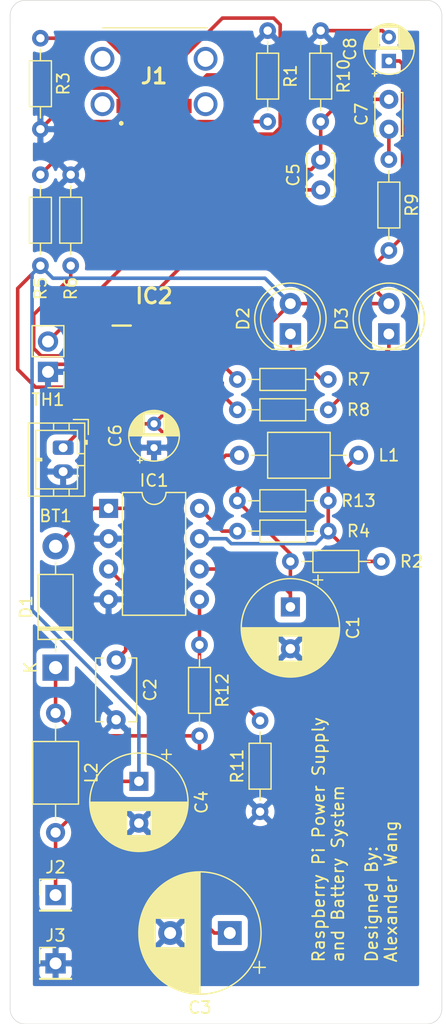
<source format=kicad_pcb>
(kicad_pcb (version 20171130) (host pcbnew "(5.1.2)-2")
  (layers (0 F.Cu signal) (31 B.Cu signal) (34 B.Paste user) (35 F.Paste user) (36 B.SilkS user) (37 F.SilkS user) (38 B.Mask user) (39 F.Mask user) (44 Edge.Cuts user))
  (net 0 "")
  (net 1 BAT_OUT)
  (net 2 GND)
  (net 3 "Net-(C2-Pad1)")
  (net 4 "Net-(C3-Pad1)")
  (net 5 "Net-(C4-Pad1)")
  (net 6 "Net-(C5-Pad2)")
  (net 7 "Net-(C5-Pad1)")
  (net 8 "Net-(C7-Pad1)")
  (net 9 "Net-(D1-Pad2)")
  (net 10 "Net-(D2-Pad1)")
  (net 11 "Net-(D3-Pad1)")
  (net 12 "Net-(IC1-Pad5)")
  (net 13 "Net-(IC1-Pad7)")
  (net 14 "Net-(IC1-Pad8)")
  (net 15 "Net-(IC2-Pad2)")
  (net 16 "Net-(IC2-Pad6)")
  (net 17 "Net-(IC2-Pad7)")
  (net 18 "Net-(J1-PadA5)")
  (net 19 5.25V_USBPowerIn)
  (net 20 "Net-(J1-PadB5)")
  (module Connector_PinHeader_2.54mm:PinHeader_1x02_P2.54mm_Vertical (layer F.Cu) (at 128.905 90.17 180)
    (fp_text reference TH1 (at 0 -2.33) (layer F.SilkS))
    (fp_text value Thermistor_NTC)
    (pad 2 thru_hole oval (at 0 2.54 180) (size 1.7 1.7) (drill 1) (layers *.Cu *.Mask) (net 6 "Net-(C5-Pad2)"))
    (pad 1 thru_hole rect (at 0 0 180) (size 1.7 1.7) (drill 1) (layers *.Cu *.Mask) (net 2 GND))
  )
  (module Connector_JST:JST_PH_B2B-PH-K_1x02_P2.00mm_Vertical (layer F.Cu) (at 130.175 96.52 270)
    (fp_text reference BT1 (at 5.715 0.635 180) (layer F.SilkS))
    (fp_text value Battery_Cell)
    (pad 1 thru_hole roundrect (at 0 0 270) (size 1.2 1.75) (drill 0.75) (layers *.Cu *.Mask) (roundrect_rratio 0.208333) (net 1 BAT_OUT))
    (pad 2 thru_hole oval (at 2 0 270) (size 1.2 1.75) (drill 0.75) (layers *.Cu *.Mask) (net 2 GND))
  )
  (module Capacitor_THT:CP_Radial_D8.0mm_P3.50mm (layer F.Cu) (at 149.225 109.855 270)
    (fp_text reference C1 (at 1.75 -5.25 90) (layer F.SilkS))
    (fp_text value 100uF)
    (pad 1 thru_hole rect (at 0 0 270) (size 1.6 1.6) (drill 0.8) (layers *.Cu *.Mask) (net 1 BAT_OUT))
    (pad 2 thru_hole circle (at 3.5 0 270) (size 1.6 1.6) (drill 0.8) (layers *.Cu *.Mask) (net 2 GND))
  )
  (module Capacitor_THT:C_Disc_D5.1mm_W3.2mm_P5.00mm (layer F.Cu) (at 134.62 114.3 270)
    (fp_text reference C2 (at 2.5 -2.85 90) (layer F.SilkS))
    (fp_text value 270pF)
    (pad 1 thru_hole circle (at 0 0 270) (size 1.6 1.6) (drill 0.8) (layers *.Cu *.Mask) (net 3 "Net-(C2-Pad1)"))
    (pad 2 thru_hole circle (at 5 0 270) (size 1.6 1.6) (drill 0.8) (layers *.Cu *.Mask) (net 2 GND))
  )
  (module Capacitor_THT:CP_Radial_D10.0mm_P5.00mm (layer F.Cu) (at 144.145 137.16 180)
    (fp_text reference C3 (at 2.5 -6.25) (layer F.SilkS))
    (fp_text value 820uF)
    (pad 1 thru_hole rect (at 0 0 180) (size 2 2) (drill 1) (layers *.Cu *.Mask) (net 4 "Net-(C3-Pad1)"))
    (pad 2 thru_hole circle (at 5 0 180) (size 2 2) (drill 1) (layers *.Cu *.Mask) (net 2 GND))
  )
  (module Capacitor_THT:CP_Radial_D8.0mm_P3.50mm (layer F.Cu) (at 136.525 124.46 270)
    (fp_text reference C4 (at 1.75 -5.25 90) (layer F.SilkS))
    (fp_text value 100uF)
    (pad 2 thru_hole circle (at 3.5 0 270) (size 1.6 1.6) (drill 0.8) (layers *.Cu *.Mask) (net 2 GND))
    (pad 1 thru_hole rect (at 0 0 270) (size 1.6 1.6) (drill 0.8) (layers *.Cu *.Mask) (net 5 "Net-(C4-Pad1)"))
  )
  (module Capacitor_THT:C_Disc_D3.4mm_W2.1mm_P2.50mm (layer F.Cu) (at 151.765 74.93 90)
    (fp_text reference C5 (at 1.25 -2.3 90) (layer F.SilkS))
    (fp_text value "0.5 pF")
    (pad 2 thru_hole circle (at 2.5 0 90) (size 1.6 1.6) (drill 0.8) (layers *.Cu *.Mask) (net 6 "Net-(C5-Pad2)"))
    (pad 1 thru_hole circle (at 0 0 90) (size 1.6 1.6) (drill 0.8) (layers *.Cu *.Mask) (net 7 "Net-(C5-Pad1)"))
  )
  (module Capacitor_THT:CP_Radial_D4.0mm_P2.00mm (layer F.Cu) (at 137.795 96.52 90)
    (fp_text reference C6 (at 1 -3.25 90) (layer F.SilkS))
    (fp_text value "10 uF")
    (pad 1 thru_hole rect (at 0 0 90) (size 1.2 1.2) (drill 0.6) (layers *.Cu *.Mask) (net 2 GND))
    (pad 2 thru_hole circle (at 2 0 90) (size 1.2 1.2) (drill 0.6) (layers *.Cu *.Mask) (net 1 BAT_OUT))
  )
  (module Capacitor_THT:C_Disc_D3.4mm_W2.1mm_P2.50mm (layer F.Cu) (at 157.48 69.85 90)
    (fp_text reference C7 (at 1.25 -2.3 90) (layer F.SilkS))
    (fp_text value "0.5 pF")
    (pad 1 thru_hole circle (at 0 0 90) (size 1.6 1.6) (drill 0.8) (layers *.Cu *.Mask) (net 8 "Net-(C7-Pad1)"))
    (pad 2 thru_hole circle (at 2.5 0 90) (size 1.6 1.6) (drill 0.8) (layers *.Cu *.Mask) (net 6 "Net-(C5-Pad2)"))
  )
  (module Capacitor_THT:CP_Radial_D4.0mm_P2.00mm (layer F.Cu) (at 157.48 64.135 90)
    (fp_text reference C8 (at 1 -3.25 90) (layer F.SilkS))
    (fp_text value "10 uF")
    (pad 2 thru_hole circle (at 2 0 90) (size 1.2 1.2) (drill 0.6) (layers *.Cu *.Mask) (net 2 GND))
    (pad 1 thru_hole rect (at 0 0 90) (size 1.2 1.2) (drill 0.6) (layers *.Cu *.Mask) (net 5 "Net-(C4-Pad1)"))
  )
  (module Diode_THT:D_DO-41_SOD81_P10.16mm_Horizontal (layer F.Cu) (at 129.54 114.935 90)
    (fp_text reference D1 (at 5.08 -2.47 90) (layer F.SilkS))
    (fp_text value 1N5819)
    (fp_text user K (at 0 -2.1 90) (layer F.SilkS))
    (pad 1 thru_hole rect (at 0 0 90) (size 2.2 2.2) (drill 1.1) (layers *.Cu *.Mask) (net 4 "Net-(C3-Pad1)"))
    (pad 2 thru_hole oval (at 10.16 0 90) (size 2.2 2.2) (drill 1.1) (layers *.Cu *.Mask) (net 9 "Net-(D1-Pad2)"))
  )
  (module LED_THT:LED_D5.0mm (layer F.Cu) (at 149.225 86.995 90)
    (fp_text reference D2 (at 1.27 -3.96 90) (layer F.SilkS))
    (fp_text value "RED LED")
    (pad 1 thru_hole rect (at 0 0 90) (size 1.8 1.8) (drill 0.9) (layers *.Cu *.Mask) (net 10 "Net-(D2-Pad1)"))
    (pad 2 thru_hole circle (at 2.54 0 90) (size 1.8 1.8) (drill 0.9) (layers *.Cu *.Mask) (net 5 "Net-(C4-Pad1)"))
  )
  (module LED_THT:LED_D5.0mm (layer F.Cu) (at 157.48 86.995 90)
    (fp_text reference D3 (at 1.27 -3.96 90) (layer F.SilkS))
    (fp_text value "Green LED")
    (pad 2 thru_hole circle (at 2.54 0 90) (size 1.8 1.8) (drill 0.9) (layers *.Cu *.Mask) (net 5 "Net-(C4-Pad1)"))
    (pad 1 thru_hole rect (at 0 0 90) (size 1.8 1.8) (drill 0.9) (layers *.Cu *.Mask) (net 11 "Net-(D3-Pad1)"))
  )
  (module Package_DIP:DIP-8_W7.62mm (layer F.Cu) (at 133.985 101.6)
    (fp_text reference IC1 (at 3.81 -2.33) (layer F.SilkS))
    (fp_text value MC34063AP)
    (pad 1 thru_hole rect (at 0 0) (size 1.6 1.6) (drill 0.8) (layers *.Cu *.Mask) (net 9 "Net-(D1-Pad2)"))
    (pad 5 thru_hole oval (at 7.62 7.62) (size 1.6 1.6) (drill 0.8) (layers *.Cu *.Mask) (net 12 "Net-(IC1-Pad5)"))
    (pad 2 thru_hole oval (at 0 2.54) (size 1.6 1.6) (drill 0.8) (layers *.Cu *.Mask) (net 2 GND))
    (pad 6 thru_hole oval (at 7.62 5.08) (size 1.6 1.6) (drill 0.8) (layers *.Cu *.Mask) (net 1 BAT_OUT))
    (pad 3 thru_hole oval (at 0 5.08) (size 1.6 1.6) (drill 0.8) (layers *.Cu *.Mask) (net 3 "Net-(C2-Pad1)"))
    (pad 7 thru_hole oval (at 7.62 2.54) (size 1.6 1.6) (drill 0.8) (layers *.Cu *.Mask) (net 13 "Net-(IC1-Pad7)"))
    (pad 4 thru_hole oval (at 0 7.62) (size 1.6 1.6) (drill 0.8) (layers *.Cu *.Mask) (net 2 GND))
    (pad 8 thru_hole oval (at 7.62 0) (size 1.6 1.6) (drill 0.8) (layers *.Cu *.Mask) (net 14 "Net-(IC1-Pad8)"))
  )
  (module TP4056:SOIC127P600X175-9N (layer F.Cu) (at 137.795 88.9)
    (fp_text reference IC2 (at 0 -5.08) (layer F.SilkS) (effects (font (size 1.27 1.27) (thickness 0.254))))
    (fp_text value TP4056 hide)
    (pad 1 smd rect (at -2.712 -1.905 90) (size 0.7 1.525) (layers F.Cu F.Paste F.Mask) (net 7 "Net-(C5-Pad1)"))
    (pad 2 smd rect (at -2.712 -0.635 90) (size 0.7 1.525) (layers F.Cu F.Paste F.Mask) (net 15 "Net-(IC2-Pad2)"))
    (pad 3 smd rect (at -2.712 0.635 90) (size 0.7 1.525) (layers F.Cu F.Paste F.Mask) (net 2 GND))
    (pad 4 smd rect (at -2.712 1.905 90) (size 0.7 1.525) (layers F.Cu F.Paste F.Mask) (net 5 "Net-(C4-Pad1)"))
    (pad 5 smd rect (at 2.712 1.905 90) (size 0.7 1.525) (layers F.Cu F.Paste F.Mask) (net 1 BAT_OUT))
    (pad 6 smd rect (at 2.712 0.635 90) (size 0.7 1.525) (layers F.Cu F.Paste F.Mask) (net 16 "Net-(IC2-Pad6)"))
    (pad 7 smd rect (at 2.712 -0.635 90) (size 0.7 1.525) (layers F.Cu F.Paste F.Mask) (net 17 "Net-(IC2-Pad7)"))
    (pad 8 smd rect (at 2.712 -1.905 90) (size 0.7 1.525) (layers F.Cu F.Paste F.Mask) (net 5 "Net-(C4-Pad1)"))
    (pad 9 smd rect (at 0 0) (size 2.513 3.402) (layers F.Cu F.Paste F.Mask))
  )
  (module "USB C:TYPEC31M17" (layer F.Cu) (at 137.795 65.405 180)
    (fp_text reference J1 (at 0 0) (layer F.SilkS) (effects (font (size 1.27 1.27) (thickness 0.254))))
    (fp_text value TYPE-C-31-M-17 hide)
    (pad A5 smd rect (at -0.5 -2.5 180) (size 0.7 1.2) (layers F.Cu F.Paste F.Mask) (net 18 "Net-(J1-PadA5)"))
    (pad A9 smd rect (at 1.52 -2.5 180) (size 0.76 1.2) (layers F.Cu F.Paste F.Mask) (net 19 5.25V_USBPowerIn))
    (pad A12 smd rect (at 2.75 -2.5 180) (size 0.8 1.2) (layers F.Cu F.Paste F.Mask) (net 2 GND))
    (pad B5 smd rect (at 0.5 -2.5 180) (size 0.7 1.2) (layers F.Cu F.Paste F.Mask) (net 20 "Net-(J1-PadB5)"))
    (pad B9 smd rect (at -1.52 -2.5 180) (size 0.76 1.2) (layers F.Cu F.Paste F.Mask) (net 19 5.25V_USBPowerIn))
    (pad B12 smd rect (at -2.75 -2.5 180) (size 0.8 1.2) (layers F.Cu F.Paste F.Mask) (net 2 GND))
    (pad MH1 thru_hole circle (at -4.32 1.45 180) (size 2 2) (drill 1.346) (layers *.Cu *.Mask))
    (pad MH2 thru_hole circle (at 4.32 1.45 180) (size 2 2) (drill 1.346) (layers *.Cu *.Mask))
    (pad MH3 thru_hole circle (at 4.32 -2.35 180) (size 2 2) (drill 1.346) (layers *.Cu *.Mask))
    (pad MH4 thru_hole circle (at -4.32 -2.35 180) (size 2 2) (drill 1.346) (layers *.Cu *.Mask))
  )
  (module Connector_PinHeader_2.54mm:PinHeader_1x01_P2.54mm_Vertical (layer F.Cu) (at 129.54 133.985)
    (fp_text reference J2 (at 0 -2.33) (layer F.SilkS))
    (fp_text value V_OUT)
    (pad 1 thru_hole rect (at 0 0) (size 1.7 1.7) (drill 1) (layers *.Cu *.Mask) (net 5 "Net-(C4-Pad1)"))
  )
  (module Connector_PinHeader_2.54mm:PinHeader_1x01_P2.54mm_Vertical (layer F.Cu) (at 129.54 139.7)
    (fp_text reference J3 (at 0 -2.33) (layer F.SilkS))
    (fp_text value GND)
    (pad 1 thru_hole rect (at 0 0) (size 1.7 1.7) (drill 1) (layers *.Cu *.Mask) (net 2 GND))
  )
  (module Inductor_THT:L_Axial_L5.0mm_D3.6mm_P10.00mm_Horizontal_Murata_BL01RN1A2A2 (layer F.Cu) (at 154.94 97.155 180)
    (fp_text reference L1 (at -2.54 0) (layer F.SilkS))
    (fp_text value "3.3 uH")
    (pad 1 thru_hole circle (at 0 0 180) (size 1.6 1.6) (drill 0.85) (layers *.Cu *.Mask) (net 13 "Net-(IC1-Pad7)"))
    (pad 2 thru_hole oval (at 10 0 180) (size 1.6 1.6) (drill 0.85) (layers *.Cu *.Mask) (net 9 "Net-(D1-Pad2)"))
  )
  (module Inductor_THT:L_Axial_L5.0mm_D3.6mm_P10.00mm_Horizontal_Murata_BL01RN1A2A2 (layer F.Cu) (at 129.54 118.745 270)
    (fp_text reference L2 (at 5 -3 90) (layer F.SilkS))
    (fp_text value "1 uH")
    (pad 2 thru_hole oval (at 10 0 270) (size 1.6 1.6) (drill 0.85) (layers *.Cu *.Mask) (net 5 "Net-(C4-Pad1)"))
    (pad 1 thru_hole circle (at 0 0 270) (size 1.6 1.6) (drill 0.85) (layers *.Cu *.Mask) (net 4 "Net-(C3-Pad1)"))
  )
  (module Resistor_THT:R_Axial_DIN0204_L3.6mm_D1.6mm_P7.62mm_Horizontal (layer F.Cu) (at 147.32 61.595 270)
    (fp_text reference R1 (at 3.81 -1.92 90) (layer F.SilkS))
    (fp_text value 5.1K)
    (pad 2 thru_hole oval (at 7.62 0 270) (size 1.4 1.4) (drill 0.7) (layers *.Cu *.Mask) (net 18 "Net-(J1-PadA5)"))
    (pad 1 thru_hole circle (at 0 0 270) (size 1.4 1.4) (drill 0.7) (layers *.Cu *.Mask) (net 2 GND))
  )
  (module Resistor_THT:R_Axial_DIN0204_L3.6mm_D1.6mm_P7.62mm_Horizontal (layer F.Cu) (at 156.845 106.045 180)
    (fp_text reference R2 (at -2.54 0) (layer F.SilkS))
    (fp_text value 0.1)
    (pad 1 thru_hole circle (at 0 0 180) (size 1.4 1.4) (drill 0.7) (layers *.Cu *.Mask) (net 13 "Net-(IC1-Pad7)"))
    (pad 2 thru_hole oval (at 7.62 0 180) (size 1.4 1.4) (drill 0.7) (layers *.Cu *.Mask) (net 1 BAT_OUT))
  )
  (module Resistor_THT:R_Axial_DIN0204_L3.6mm_D1.6mm_P7.62mm_Horizontal (layer F.Cu) (at 128.27 62.23 270)
    (fp_text reference R3 (at 3.81 -1.92 90) (layer F.SilkS))
    (fp_text value 5.1K)
    (pad 1 thru_hole circle (at 0 0 270) (size 1.4 1.4) (drill 0.7) (layers *.Cu *.Mask) (net 20 "Net-(J1-PadB5)"))
    (pad 2 thru_hole oval (at 7.62 0 270) (size 1.4 1.4) (drill 0.7) (layers *.Cu *.Mask) (net 2 GND))
  )
  (module Resistor_THT:R_Axial_DIN0204_L3.6mm_D1.6mm_P7.62mm_Horizontal (layer F.Cu) (at 152.4 103.505 180)
    (fp_text reference R4 (at -2.54 0) (layer F.SilkS))
    (fp_text value 180)
    (pad 2 thru_hole oval (at 7.62 0 180) (size 1.4 1.4) (drill 0.7) (layers *.Cu *.Mask) (net 14 "Net-(IC1-Pad8)"))
    (pad 1 thru_hole circle (at 0 0 180) (size 1.4 1.4) (drill 0.7) (layers *.Cu *.Mask) (net 13 "Net-(IC1-Pad7)"))
  )
  (module Resistor_THT:R_Axial_DIN0204_L3.6mm_D1.6mm_P7.62mm_Horizontal (layer F.Cu) (at 128.27 73.66 270)
    (fp_text reference R5 (at 9.525 0 90) (layer F.SilkS))
    (fp_text value 0.4)
    (pad 2 thru_hole oval (at 7.62 0 270) (size 1.4 1.4) (drill 0.7) (layers *.Cu *.Mask) (net 5 "Net-(C4-Pad1)"))
    (pad 1 thru_hole circle (at 0 0 270) (size 1.4 1.4) (drill 0.7) (layers *.Cu *.Mask) (net 19 5.25V_USBPowerIn))
  )
  (module Resistor_THT:R_Axial_DIN0204_L3.6mm_D1.6mm_P7.62mm_Horizontal (layer F.Cu) (at 130.81 73.66 270)
    (fp_text reference R6 (at 9.525 0 90) (layer F.SilkS))
    (fp_text value 1.2K)
    (pad 1 thru_hole circle (at 0 0 270) (size 1.4 1.4) (drill 0.7) (layers *.Cu *.Mask) (net 2 GND))
    (pad 2 thru_hole oval (at 7.62 0 270) (size 1.4 1.4) (drill 0.7) (layers *.Cu *.Mask) (net 15 "Net-(IC2-Pad2)"))
  )
  (module Resistor_THT:R_Axial_DIN0204_L3.6mm_D1.6mm_P7.62mm_Horizontal (layer F.Cu) (at 144.78 90.805)
    (fp_text reference R7 (at 10.16 0) (layer F.SilkS))
    (fp_text value 1K)
    (pad 2 thru_hole oval (at 7.62 0) (size 1.4 1.4) (drill 0.7) (layers *.Cu *.Mask) (net 10 "Net-(D2-Pad1)"))
    (pad 1 thru_hole circle (at 0 0) (size 1.4 1.4) (drill 0.7) (layers *.Cu *.Mask) (net 17 "Net-(IC2-Pad7)"))
  )
  (module Resistor_THT:R_Axial_DIN0204_L3.6mm_D1.6mm_P7.62mm_Horizontal (layer F.Cu) (at 144.78 93.345)
    (fp_text reference R8 (at 10.16 0) (layer F.SilkS))
    (fp_text value 1K)
    (pad 1 thru_hole circle (at 0 0) (size 1.4 1.4) (drill 0.7) (layers *.Cu *.Mask) (net 16 "Net-(IC2-Pad6)"))
    (pad 2 thru_hole oval (at 7.62 0) (size 1.4 1.4) (drill 0.7) (layers *.Cu *.Mask) (net 11 "Net-(D3-Pad1)"))
  )
  (module Resistor_THT:R_Axial_DIN0204_L3.6mm_D1.6mm_P7.62mm_Horizontal (layer F.Cu) (at 157.48 72.39 270)
    (fp_text reference R9 (at 3.81 -1.92 90) (layer F.SilkS))
    (fp_text value 100)
    (pad 1 thru_hole circle (at 0 0 270) (size 1.4 1.4) (drill 0.7) (layers *.Cu *.Mask) (net 8 "Net-(C7-Pad1)"))
    (pad 2 thru_hole oval (at 7.62 0 270) (size 1.4 1.4) (drill 0.7) (layers *.Cu *.Mask) (net 5 "Net-(C4-Pad1)"))
  )
  (module Resistor_THT:R_Axial_DIN0204_L3.6mm_D1.6mm_P7.62mm_Horizontal (layer F.Cu) (at 151.765 61.595 270)
    (fp_text reference R10 (at 3.81 -1.92 90) (layer F.SilkS))
    (fp_text value 390)
    (pad 1 thru_hole circle (at 0 0 270) (size 1.4 1.4) (drill 0.7) (layers *.Cu *.Mask) (net 2 GND))
    (pad 2 thru_hole oval (at 7.62 0 270) (size 1.4 1.4) (drill 0.7) (layers *.Cu *.Mask) (net 6 "Net-(C5-Pad2)"))
  )
  (module Resistor_THT:R_Axial_DIN0204_L3.6mm_D1.6mm_P7.62mm_Horizontal (layer F.Cu) (at 146.685 127 90)
    (fp_text reference R11 (at 3.81 -1.92 90) (layer F.SilkS))
    (fp_text value 1K)
    (pad 2 thru_hole oval (at 7.62 0 90) (size 1.4 1.4) (drill 0.7) (layers *.Cu *.Mask) (net 12 "Net-(IC1-Pad5)"))
    (pad 1 thru_hole circle (at 0 0 90) (size 1.4 1.4) (drill 0.7) (layers *.Cu *.Mask) (net 2 GND))
  )
  (module Resistor_THT:R_Axial_DIN0204_L3.6mm_D1.6mm_P7.62mm_Horizontal (layer F.Cu) (at 141.605 113.03 270)
    (fp_text reference R12 (at 3.81 -1.92 90) (layer F.SilkS))
    (fp_text value 3.3K)
    (pad 1 thru_hole circle (at 0 0 270) (size 1.4 1.4) (drill 0.7) (layers *.Cu *.Mask) (net 12 "Net-(IC1-Pad5)"))
    (pad 2 thru_hole oval (at 7.62 0 270) (size 1.4 1.4) (drill 0.7) (layers *.Cu *.Mask) (net 4 "Net-(C3-Pad1)"))
  )
  (module Resistor_THT:R_Axial_DIN0204_L3.6mm_D1.6mm_P7.62mm_Horizontal (layer F.Cu) (at 152.4 100.965 180)
    (fp_text reference R13 (at -2.54 0) (layer F.SilkS))
    (fp_text value 0.1)
    (pad 2 thru_hole oval (at 7.62 0 180) (size 1.4 1.4) (drill 0.7) (layers *.Cu *.Mask) (net 1 BAT_OUT))
    (pad 1 thru_hole circle (at 0 0 180) (size 1.4 1.4) (drill 0.7) (layers *.Cu *.Mask) (net 13 "Net-(IC1-Pad7)"))
  )
  (gr_text "Raspberry Pi Power Supply\nand Battery System" (at 152.4 139.7 90) (layer F.SilkS) (effects (font (size 1 1)) (justify left)))
  (gr_text "Designed By:\nAlexander Wang" (at 156.845 139.7 90) (layer F.SilkS) (effects (font (size 1 1)) (justify left)))
  (gr_line (start 161.925 60.325) (end 161.925 60.96) (layer Edge.Cuts) (width 0.05))
  (gr_line (start 125.73 60.325) (end 125.73 60.96) (layer Edge.Cuts) (width 0.05))
  (gr_arc (start 127 60.325) (end 127 59.055) (angle -90) (layer Edge.Cuts) (width 0.05))
  (gr_arc (start 127 143.51) (end 125.73 143.51) (angle -90) (layer Edge.Cuts) (width 0.05))
  (gr_arc (start 160.655 143.51) (end 160.655 144.78) (angle -90) (layer Edge.Cuts) (width 0.05))
  (gr_arc (start 160.655 60.325) (end 161.925 60.325) (angle -90) (layer Edge.Cuts) (width 0.05))
  (gr_line (start 125.73 143.51) (end 125.73 60.96) (layer Edge.Cuts) (width 0.05))
  (gr_line (start 160.655 144.78) (end 127 144.78) (layer Edge.Cuts) (width 0.05))
  (gr_line (start 161.925 60.96) (end 161.925 143.51) (layer Edge.Cuts) (width 0.05))
  (gr_line (start 127 59.055) (end 160.655 59.055) (layer Edge.Cuts) (width 0.05))
  (segment (start 140.507 91.808) (end 137.795 94.52) (width 0.3) (layer F.Cu) (net 1))
  (segment (start 140.507 90.805) (end 140.507 91.808) (width 0.3) (layer F.Cu) (net 1))
  (segment (start 132.175 94.52) (end 130.175 96.52) (width 0.3) (layer F.Cu) (net 1))
  (segment (start 137.795 94.52) (end 132.175 94.52) (width 0.3) (layer F.Cu) (net 1))
  (segment (start 149.225 106.045) (end 149.225 109.855) (width 0.3) (layer F.Cu) (net 1))
  (segment (start 149.225 105.41) (end 149.225 106.045) (width 0.3) (layer F.Cu) (net 1))
  (segment (start 144.78 100.965) (end 149.225 105.41) (width 0.3) (layer F.Cu) (net 1))
  (segment (start 144.78 100.965) (end 144.78 99.975051) (width 0.3) (layer F.Cu) (net 1))
  (segment (start 138.525 95.25) (end 137.795 94.52) (width 0.3) (layer F.Cu) (net 1))
  (segment (start 138.525 95.25) (end 145.415 95.25) (width 0.3) (layer F.Cu) (net 1))
  (segment (start 146.507526 96.342526) (end 146.507526 98.247526) (width 0.3) (layer F.Cu) (net 1))
  (segment (start 145.415 95.25) (end 146.507526 96.342526) (width 0.3) (layer F.Cu) (net 1))
  (segment (start 144.78 99.975051) (end 146.507526 98.247526) (width 0.3) (layer F.Cu) (net 1))
  (segment (start 149.225 108.755) (end 149.225 109.855) (width 0.3) (layer F.Cu) (net 1))
  (segment (start 147.15 106.68) (end 149.225 108.755) (width 0.3) (layer F.Cu) (net 1))
  (segment (start 141.605 106.68) (end 147.15 106.68) (width 0.3) (layer F.Cu) (net 1))
  (segment (start 129.54 89.535) (end 128.905 90.17) (width 0.3) (layer F.Cu) (net 2))
  (segment (start 135.083 89.535) (end 129.54 89.535) (width 0.3) (layer F.Cu) (net 2))
  (segment (start 156.94 61.595) (end 157.48 62.135) (width 0.3) (layer F.Cu) (net 2))
  (segment (start 151.765 61.595) (end 156.94 61.595) (width 0.3) (layer F.Cu) (net 2))
  (segment (start 146.620001 62.294999) (end 147.32 61.595) (width 0.3) (layer F.Cu) (net 2))
  (segment (start 143.609999 65.305001) (end 146.620001 62.294999) (width 0.3) (layer F.Cu) (net 2))
  (segment (start 142.244999 65.305001) (end 143.609999 65.305001) (width 0.3) (layer F.Cu) (net 2))
  (segment (start 140.545 67.005) (end 142.244999 65.305001) (width 0.3) (layer F.Cu) (net 2))
  (segment (start 140.545 67.905) (end 140.545 67.005) (width 0.3) (layer F.Cu) (net 2))
  (segment (start 128.969999 69.150001) (end 128.27 69.85) (width 0.3) (layer F.Cu) (net 2))
  (segment (start 131.715001 66.404999) (end 128.969999 69.150001) (width 0.3) (layer F.Cu) (net 2))
  (segment (start 134.123001 66.404999) (end 131.715001 66.404999) (width 0.3) (layer F.Cu) (net 2))
  (segment (start 135.045 67.326998) (end 134.123001 66.404999) (width 0.3) (layer F.Cu) (net 2))
  (segment (start 135.045 67.905) (end 135.045 67.326998) (width 0.3) (layer F.Cu) (net 2))
  (segment (start 135.419999 113.500001) (end 134.62 114.3) (width 0.3) (layer F.Cu) (net 3))
  (segment (start 135.419999 108.114999) (end 135.419999 113.500001) (width 0.3) (layer F.Cu) (net 3))
  (segment (start 133.985 106.68) (end 135.419999 108.114999) (width 0.3) (layer F.Cu) (net 3))
  (segment (start 129.54 116.335) (end 129.54 118.745) (width 0.3) (layer F.Cu) (net 4))
  (segment (start 129.54 114.935) (end 129.54 116.335) (width 0.3) (layer F.Cu) (net 4))
  (segment (start 131.445 120.65) (end 129.54 118.745) (width 0.3) (layer F.Cu) (net 4))
  (segment (start 141.605 120.65) (end 131.445 120.65) (width 0.3) (layer F.Cu) (net 4))
  (segment (start 142.845 137.16) (end 144.145 137.16) (width 0.3) (layer F.Cu) (net 4))
  (segment (start 141.605 135.92) (end 142.845 137.16) (width 0.3) (layer F.Cu) (net 4))
  (segment (start 141.605 120.65) (end 141.605 135.92) (width 0.3) (layer F.Cu) (net 4))
  (segment (start 158.179999 79.310001) (end 157.48 80.01) (width 0.3) (layer F.Cu) (net 5))
  (segment (start 158.630001 78.859999) (end 158.179999 79.310001) (width 0.3) (layer F.Cu) (net 5))
  (segment (start 158.630001 64.385001) (end 158.630001 78.859999) (width 0.3) (layer F.Cu) (net 5))
  (segment (start 158.38 64.135) (end 158.630001 64.385001) (width 0.3) (layer F.Cu) (net 5))
  (segment (start 157.48 64.135) (end 158.38 64.135) (width 0.3) (layer F.Cu) (net 5))
  (segment (start 134.0205 90.805) (end 135.083 90.805) (width 0.3) (layer F.Cu) (net 5))
  (segment (start 127.859998 91.455) (end 133.335 91.455) (width 0.3) (layer F.Cu) (net 5))
  (segment (start 126.365 89.960002) (end 127.859998 91.455) (width 0.3) (layer F.Cu) (net 5))
  (segment (start 128.27 81.28) (end 126.365 83.185) (width 0.3) (layer F.Cu) (net 5))
  (segment (start 126.365 83.185) (end 126.365 89.960002) (width 0.3) (layer F.Cu) (net 5))
  (segment (start 133.985 90.805) (end 135.083 90.805) (width 0.3) (layer F.Cu) (net 5))
  (segment (start 133.335 91.455) (end 133.985 90.805) (width 0.3) (layer F.Cu) (net 5))
  (segment (start 146.685 86.995) (end 149.225 84.455) (width 0.3) (layer F.Cu) (net 5))
  (segment (start 140.507 86.995) (end 146.685 86.995) (width 0.3) (layer F.Cu) (net 5))
  (segment (start 149.225 84.455) (end 157.48 84.455) (width 0.3) (layer F.Cu) (net 5))
  (segment (start 156.780001 80.709999) (end 157.48 80.01) (width 0.3) (layer F.Cu) (net 5))
  (segment (start 156.580001 80.909999) (end 156.780001 80.709999) (width 0.3) (layer F.Cu) (net 5))
  (segment (start 156.580001 83.555001) (end 156.580001 80.909999) (width 0.3) (layer F.Cu) (net 5))
  (segment (start 157.48 84.455) (end 156.580001 83.555001) (width 0.3) (layer F.Cu) (net 5))
  (segment (start 133.825 124.46) (end 129.54 128.745) (width 0.3) (layer F.Cu) (net 5))
  (segment (start 136.525 124.46) (end 133.825 124.46) (width 0.3) (layer F.Cu) (net 5))
  (segment (start 129.54 129.87637) (end 129.54 133.985) (width 0.3) (layer F.Cu) (net 5))
  (segment (start 129.54 128.745) (end 129.54 129.87637) (width 0.3) (layer F.Cu) (net 5))
  (segment (start 136.525 123.36) (end 136.525 124.46) (width 0.3) (layer B.Cu) (net 5))
  (segment (start 136.525 119.089998) (end 136.525 123.36) (width 0.3) (layer B.Cu) (net 5))
  (segment (start 127.570001 110.134999) (end 136.525 119.089998) (width 0.3) (layer B.Cu) (net 5))
  (segment (start 127.570001 81.979999) (end 127.570001 110.134999) (width 0.3) (layer B.Cu) (net 5))
  (segment (start 128.27 81.28) (end 127.570001 81.979999) (width 0.3) (layer B.Cu) (net 5))
  (segment (start 128.969999 81.979999) (end 128.27 81.28) (width 0.3) (layer B.Cu) (net 5))
  (segment (start 129.320001 82.330001) (end 128.969999 81.979999) (width 0.3) (layer B.Cu) (net 5))
  (segment (start 147.100001 82.330001) (end 129.320001 82.330001) (width 0.3) (layer B.Cu) (net 5))
  (segment (start 149.225 84.455) (end 147.100001 82.330001) (width 0.3) (layer B.Cu) (net 5))
  (segment (start 153.63 67.35) (end 157.48 67.35) (width 0.3) (layer F.Cu) (net 6))
  (segment (start 151.765 69.215) (end 153.63 67.35) (width 0.3) (layer F.Cu) (net 6))
  (segment (start 151.765 69.215) (end 151.765 72.43) (width 0.3) (layer F.Cu) (net 6))
  (segment (start 129.754999 86.780001) (end 128.905 87.63) (width 0.3) (layer F.Cu) (net 6))
  (segment (start 143.305001 73.229999) (end 129.754999 86.780001) (width 0.3) (layer F.Cu) (net 6))
  (segment (start 150.965001 73.229999) (end 143.305001 73.229999) (width 0.3) (layer F.Cu) (net 6))
  (segment (start 151.765 72.43) (end 150.965001 73.229999) (width 0.3) (layer F.Cu) (net 6))
  (segment (start 135.083 86.345) (end 135.083 86.995) (width 0.3) (layer F.Cu) (net 7))
  (segment (start 146.498 74.93) (end 135.083 86.345) (width 0.3) (layer F.Cu) (net 7))
  (segment (start 151.765 74.93) (end 146.498 74.93) (width 0.3) (layer F.Cu) (net 7))
  (segment (start 157.48 69.85) (end 157.48 72.39) (width 0.3) (layer F.Cu) (net 8))
  (segment (start 135.085 101.6) (end 133.985 101.6) (width 0.3) (layer F.Cu) (net 9))
  (segment (start 139.36363 101.6) (end 135.085 101.6) (width 0.3) (layer F.Cu) (net 9))
  (segment (start 143.80863 97.155) (end 139.36363 101.6) (width 0.3) (layer F.Cu) (net 9))
  (segment (start 144.94 97.155) (end 143.80863 97.155) (width 0.3) (layer F.Cu) (net 9))
  (segment (start 132.715 101.6) (end 133.985 101.6) (width 0.3) (layer F.Cu) (net 9))
  (segment (start 129.54 104.775) (end 132.715 101.6) (width 0.3) (layer F.Cu) (net 9))
  (segment (start 151.835 90.805) (end 152.4 90.805) (width 0.3) (layer F.Cu) (net 10))
  (segment (start 149.225 88.195) (end 151.835 90.805) (width 0.3) (layer F.Cu) (net 10))
  (segment (start 149.225 86.995) (end 149.225 88.195) (width 0.3) (layer F.Cu) (net 10))
  (segment (start 157.48 88.265) (end 152.4 93.345) (width 0.3) (layer F.Cu) (net 11))
  (segment (start 157.48 86.995) (end 157.48 88.265) (width 0.3) (layer F.Cu) (net 11))
  (segment (start 141.605 109.22) (end 141.605 113.03) (width 0.3) (layer F.Cu) (net 12))
  (segment (start 141.605 114.3) (end 146.685 119.38) (width 0.3) (layer F.Cu) (net 12))
  (segment (start 141.605 113.03) (end 141.605 114.3) (width 0.3) (layer F.Cu) (net 12))
  (segment (start 152.4 99.695) (end 152.4 100.965) (width 0.3) (layer F.Cu) (net 13))
  (segment (start 154.94 97.155) (end 152.4 99.695) (width 0.3) (layer F.Cu) (net 13))
  (segment (start 152.4 100.965) (end 152.4 103.505) (width 0.3) (layer F.Cu) (net 13))
  (segment (start 154.94 106.045) (end 156.845 106.045) (width 0.3) (layer F.Cu) (net 13))
  (segment (start 152.4 103.505) (end 154.94 106.045) (width 0.3) (layer F.Cu) (net 13))
  (segment (start 151.700001 104.204999) (end 152.4 103.505) (width 0.3) (layer B.Cu) (net 13))
  (segment (start 151.349999 104.555001) (end 151.700001 104.204999) (width 0.3) (layer B.Cu) (net 13))
  (segment (start 144.275999 104.555001) (end 151.349999 104.555001) (width 0.3) (layer B.Cu) (net 13))
  (segment (start 143.860998 104.14) (end 144.275999 104.555001) (width 0.3) (layer B.Cu) (net 13))
  (segment (start 141.605 104.14) (end 143.860998 104.14) (width 0.3) (layer B.Cu) (net 13))
  (segment (start 143.51 103.505) (end 144.78 103.505) (width 0.3) (layer F.Cu) (net 14))
  (segment (start 141.605 101.6) (end 143.51 103.505) (width 0.3) (layer F.Cu) (net 14))
  (segment (start 134.0205 88.265) (end 135.083 88.265) (width 0.3) (layer F.Cu) (net 15))
  (segment (start 133.455499 88.830001) (end 134.0205 88.265) (width 0.3) (layer F.Cu) (net 15))
  (segment (start 128.328999 88.830001) (end 133.455499 88.830001) (width 0.3) (layer F.Cu) (net 15))
  (segment (start 127.704999 85.37495) (end 127.704999 88.206001) (width 0.3) (layer F.Cu) (net 15))
  (segment (start 127.704999 88.206001) (end 128.328999 88.830001) (width 0.3) (layer F.Cu) (net 15))
  (segment (start 130.81 82.269949) (end 127.704999 85.37495) (width 0.3) (layer F.Cu) (net 15))
  (segment (start 130.81 81.28) (end 130.81 82.269949) (width 0.3) (layer F.Cu) (net 15))
  (segment (start 140.507 89.535) (end 140.507 89.707) (width 0.3) (layer F.Cu) (net 16))
  (segment (start 141.955998 89.535) (end 143.51 91.089002) (width 0.3) (layer F.Cu) (net 16))
  (segment (start 140.507 89.535) (end 141.955998 89.535) (width 0.3) (layer F.Cu) (net 16))
  (segment (start 143.51 92.075) (end 144.78 93.345) (width 0.3) (layer F.Cu) (net 16))
  (segment (start 143.51 91.089002) (end 143.51 92.075) (width 0.3) (layer F.Cu) (net 16))
  (segment (start 142.24 88.265) (end 144.78 90.805) (width 0.3) (layer F.Cu) (net 17))
  (segment (start 140.507 88.265) (end 142.24 88.265) (width 0.3) (layer F.Cu) (net 17))
  (segment (start 138.295 68.805) (end 138.295 67.905) (width 0.3) (layer F.Cu) (net 18))
  (segment (start 138.705 69.215) (end 138.295 68.805) (width 0.3) (layer F.Cu) (net 18))
  (segment (start 147.32 69.215) (end 138.705 69.215) (width 0.3) (layer F.Cu) (net 18))
  (segment (start 136.275 68.805) (end 136.275 67.905) (width 0.3) (layer F.Cu) (net 19))
  (segment (start 135.865 69.215) (end 136.275 68.805) (width 0.3) (layer F.Cu) (net 19))
  (segment (start 132.715 69.215) (end 135.865 69.215) (width 0.3) (layer F.Cu) (net 19))
  (segment (start 128.27 73.66) (end 132.715 69.215) (width 0.3) (layer F.Cu) (net 19))
  (segment (start 136.915001 70.265001) (end 135.865 69.215) (width 0.3) (layer F.Cu) (net 19))
  (segment (start 147.824001 70.265001) (end 136.915001 70.265001) (width 0.3) (layer F.Cu) (net 19))
  (segment (start 148.370001 61.090999) (end 148.370001 69.719001) (width 0.3) (layer F.Cu) (net 19))
  (segment (start 143.526999 60.544999) (end 147.824001 60.544999) (width 0.3) (layer F.Cu) (net 19))
  (segment (start 148.370001 69.719001) (end 147.824001 70.265001) (width 0.3) (layer F.Cu) (net 19))
  (segment (start 139.315 64.756998) (end 143.526999 60.544999) (width 0.3) (layer F.Cu) (net 19))
  (segment (start 147.824001 60.544999) (end 148.370001 61.090999) (width 0.3) (layer F.Cu) (net 19))
  (segment (start 139.315 67.905) (end 139.315 64.756998) (width 0.3) (layer F.Cu) (net 19))
  (segment (start 137.295 67.005) (end 137.295 67.905) (width 0.3) (layer F.Cu) (net 20))
  (segment (start 137.295 65.776998) (end 137.295 67.005) (width 0.3) (layer F.Cu) (net 20))
  (segment (start 133.748002 62.23) (end 137.295 65.776998) (width 0.3) (layer F.Cu) (net 20))
  (segment (start 128.27 62.23) (end 133.748002 62.23) (width 0.3) (layer F.Cu) (net 20))
  (zone (net 2) (net_name GND) (layer B.Cu) (connect_pads (clearance 0.508)) (min_thickness 0.254) (fill yes (arc_segments 32) (thermal_gap 0.508) (thermal_bridge_width 0.508))
    (polygon (pts (xy 127.635 61.595) (xy 127.635 141.605) (xy 160.02 141.605) (xy 160.02 61.595)))
  )
)
</source>
